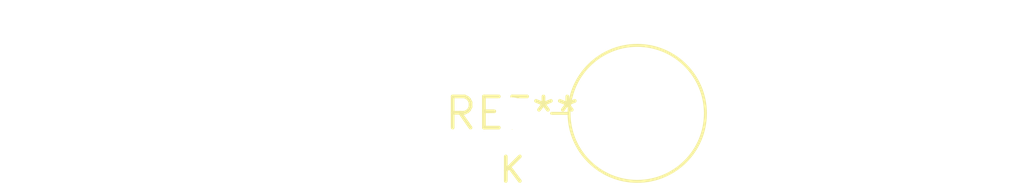
<source format=kicad_pcb>
(kicad_pcb (version 20240108) (generator pcbnew)
  (layers (0 "F.Cu" signal) (31 "B.Cu" signal) (34 "B.Paste" user) (35 "F.Paste" user) (36 "B.SilkS" user "B.Silkscreen") (37 "F.SilkS" user "F.Silkscreen") (38 "B.Mask" user) (39 "F.Mask" user) (44 "Edge.Cuts" user))
  (net 0 "")
  (footprint "D_DO-201AE_P5.08mm_Vertical_KathodeUp" (layer "F.Cu") (at 0 0)
    (property "Reference" "REF**")
    (property "Value" "D_DO-201AE_P5.08mm_Vertical_KathodeUp")
    (fp_line (start 2.31 0) (end 1.6 0) (layer "F.SilkS") (stroke (width 0.12)))
    (fp_circle (center 5.08 0) (end 7.85 0) (layer "F.SilkS") (stroke (width 0.12)) (fill none))
    (fp_text user "K" (at 0 2.3 0) (layer "F.SilkS"))
    (pad "1" thru_hole rect (at 0 0) (size 2.6 2.6) (drill 1.3) (layers *.Cu *.Mask) (remove_unused_layers))
    (pad "2" thru_hole oval (at 5.08 0) (size 2.6 2.6) (drill 1.3) (layers *.Cu *.Mask) (remove_unused_layers))
  )
)
</source>
